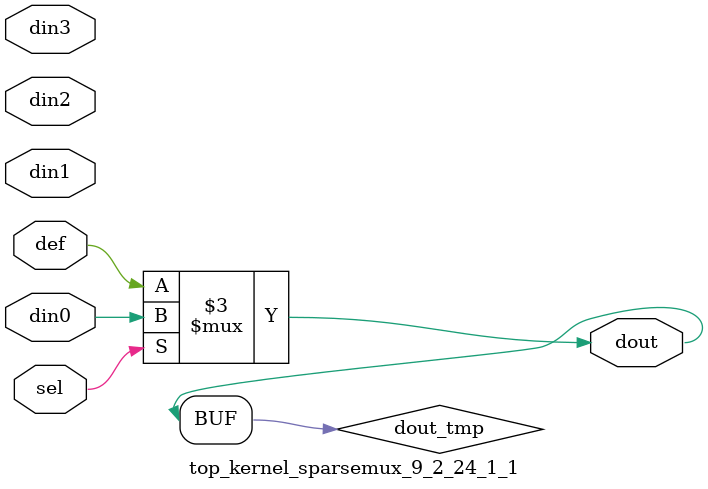
<source format=v>
`timescale 1ns / 1ps

module top_kernel_sparsemux_9_2_24_1_1 (din0,din1,din2,din3,def,sel,dout);

parameter din0_WIDTH = 1;

parameter din1_WIDTH = 1;

parameter din2_WIDTH = 1;

parameter din3_WIDTH = 1;

parameter def_WIDTH = 1;
parameter sel_WIDTH = 1;
parameter dout_WIDTH = 1;

parameter [sel_WIDTH-1:0] CASE0 = 1;

parameter [sel_WIDTH-1:0] CASE1 = 1;

parameter [sel_WIDTH-1:0] CASE2 = 1;

parameter [sel_WIDTH-1:0] CASE3 = 1;

parameter ID = 1;
parameter NUM_STAGE = 1;



input [din0_WIDTH-1:0] din0;

input [din1_WIDTH-1:0] din1;

input [din2_WIDTH-1:0] din2;

input [din3_WIDTH-1:0] din3;

input [def_WIDTH-1:0] def;
input [sel_WIDTH-1:0] sel;

output [dout_WIDTH-1:0] dout;



reg [dout_WIDTH-1:0] dout_tmp;


always @ (*) begin
(* parallel_case *) case (sel)
    
    CASE0 : dout_tmp = din0;
    
    CASE1 : dout_tmp = din1;
    
    CASE2 : dout_tmp = din2;
    
    CASE3 : dout_tmp = din3;
    
    default : dout_tmp = def;
endcase
end


assign dout = dout_tmp;



endmodule

</source>
